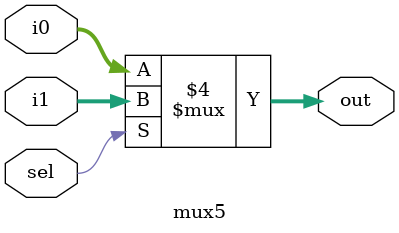
<source format=v>
module mux5(i0,i1, out, sel);
	input [4:0] i0, i1;
	input sel;
	output reg [4:0] out;
	always @ (i0 or i1 or sel)
	begin
		if (sel == 1)
			out <= i1;
		else out <= i0;
	end
endmodule
</source>
